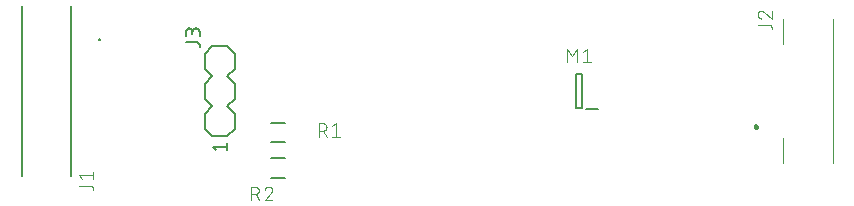
<source format=gbr>
G04 EAGLE Gerber X2 export*
%TF.Part,Single*%
%TF.FileFunction,Legend,Top,1*%
%TF.FilePolarity,Positive*%
%TF.GenerationSoftware,Autodesk,EAGLE,9.1.0*%
%TF.CreationDate,2020-08-17T16:37:06Z*%
G75*
%MOMM*%
%FSLAX34Y34*%
%LPD*%
%AMOC8*
5,1,8,0,0,1.08239X$1,22.5*%
G01*
%ADD10C,0.200000*%
%ADD11C,0.101600*%
%ADD12C,0.152400*%
%ADD13C,0.127000*%
%ADD14C,0.100000*%
%ADD15C,0.300000*%
%ADD16C,0.300000*%


D10*
X547250Y130500D02*
X542750Y130500D01*
X542750Y159500D01*
X547250Y159500D01*
X547250Y130500D01*
X550750Y130000D02*
X561250Y130000D01*
D11*
X535143Y169158D02*
X535143Y180842D01*
X539038Y174351D01*
X542933Y180842D01*
X542933Y169158D01*
X548366Y178246D02*
X551611Y180842D01*
X551611Y169158D01*
X548366Y169158D02*
X554857Y169158D01*
D10*
X115000Y216900D02*
X115000Y73100D01*
X73000Y73100D02*
X73000Y216900D01*
X138332Y188490D02*
X138334Y188541D01*
X138340Y188592D01*
X138350Y188642D01*
X138363Y188691D01*
X138381Y188739D01*
X138402Y188785D01*
X138427Y188830D01*
X138455Y188873D01*
X138486Y188913D01*
X138520Y188951D01*
X138557Y188986D01*
X138597Y189018D01*
X138639Y189047D01*
X138683Y189072D01*
X138729Y189094D01*
X138777Y189113D01*
X138826Y189127D01*
X138876Y189138D01*
X138926Y189145D01*
X138977Y189148D01*
X139028Y189147D01*
X139079Y189142D01*
X139129Y189133D01*
X139179Y189120D01*
X139227Y189104D01*
X139274Y189084D01*
X139319Y189060D01*
X139362Y189033D01*
X139403Y189002D01*
X139442Y188969D01*
X139477Y188932D01*
X139510Y188893D01*
X139540Y188852D01*
X139566Y188808D01*
X139589Y188762D01*
X139608Y188715D01*
X139624Y188666D01*
X139636Y188617D01*
X139644Y188566D01*
X139648Y188516D01*
X139648Y188464D01*
X139644Y188414D01*
X139636Y188363D01*
X139624Y188314D01*
X139608Y188265D01*
X139589Y188218D01*
X139566Y188172D01*
X139540Y188128D01*
X139510Y188087D01*
X139477Y188048D01*
X139442Y188011D01*
X139403Y187978D01*
X139362Y187947D01*
X139319Y187920D01*
X139274Y187896D01*
X139227Y187876D01*
X139179Y187860D01*
X139129Y187847D01*
X139079Y187838D01*
X139028Y187833D01*
X138977Y187832D01*
X138926Y187835D01*
X138876Y187842D01*
X138826Y187853D01*
X138777Y187867D01*
X138729Y187886D01*
X138683Y187908D01*
X138639Y187933D01*
X138597Y187962D01*
X138557Y187994D01*
X138520Y188029D01*
X138486Y188067D01*
X138455Y188107D01*
X138427Y188150D01*
X138402Y188195D01*
X138381Y188241D01*
X138363Y188289D01*
X138350Y188338D01*
X138340Y188388D01*
X138334Y188439D01*
X138332Y188490D01*
D11*
X130886Y64955D02*
X121798Y64955D01*
X130886Y64955D02*
X130985Y64953D01*
X131085Y64947D01*
X131184Y64938D01*
X131282Y64925D01*
X131380Y64908D01*
X131478Y64887D01*
X131574Y64862D01*
X131669Y64834D01*
X131763Y64802D01*
X131856Y64767D01*
X131948Y64728D01*
X132038Y64685D01*
X132126Y64640D01*
X132213Y64590D01*
X132297Y64538D01*
X132380Y64482D01*
X132460Y64424D01*
X132538Y64362D01*
X132613Y64297D01*
X132686Y64229D01*
X132756Y64159D01*
X132824Y64086D01*
X132889Y64011D01*
X132951Y63933D01*
X133009Y63853D01*
X133065Y63770D01*
X133117Y63686D01*
X133167Y63599D01*
X133212Y63511D01*
X133255Y63421D01*
X133294Y63329D01*
X133329Y63236D01*
X133361Y63142D01*
X133389Y63047D01*
X133414Y62951D01*
X133435Y62853D01*
X133452Y62755D01*
X133465Y62657D01*
X133474Y62558D01*
X133480Y62458D01*
X133482Y62359D01*
X133482Y61060D01*
X124394Y70228D02*
X121798Y73474D01*
X133482Y73474D01*
X133482Y70228D02*
X133482Y76720D01*
D12*
X228300Y113250D02*
X228300Y125950D01*
X234650Y132300D01*
X247350Y132300D02*
X253700Y125950D01*
X234650Y132300D02*
X228300Y138650D01*
X228300Y151350D01*
X234650Y157700D01*
X247350Y157700D02*
X253700Y151350D01*
X253700Y138650D01*
X247350Y132300D01*
X247350Y106900D02*
X234650Y106900D01*
X228300Y113250D01*
X247350Y106900D02*
X253700Y113250D01*
X253700Y125950D01*
X234650Y157700D02*
X228300Y164050D01*
X228300Y176750D01*
X234650Y183100D01*
X247350Y183100D02*
X253700Y176750D01*
X253700Y164050D01*
X247350Y157700D01*
X247350Y183100D02*
X234650Y183100D01*
D13*
X235285Y98010D02*
X237825Y94835D01*
X235285Y98010D02*
X246715Y98010D01*
X246715Y94835D02*
X246715Y101185D01*
X221315Y186345D02*
X212425Y186345D01*
X221315Y186345D02*
X221415Y186343D01*
X221514Y186337D01*
X221614Y186327D01*
X221712Y186314D01*
X221811Y186296D01*
X221908Y186275D01*
X222004Y186250D01*
X222100Y186221D01*
X222194Y186188D01*
X222287Y186152D01*
X222378Y186112D01*
X222468Y186068D01*
X222556Y186021D01*
X222642Y185971D01*
X222726Y185917D01*
X222808Y185860D01*
X222887Y185800D01*
X222965Y185736D01*
X223039Y185670D01*
X223111Y185601D01*
X223180Y185529D01*
X223246Y185455D01*
X223310Y185377D01*
X223370Y185298D01*
X223427Y185216D01*
X223481Y185132D01*
X223531Y185046D01*
X223578Y184958D01*
X223622Y184868D01*
X223662Y184777D01*
X223698Y184684D01*
X223731Y184590D01*
X223760Y184494D01*
X223785Y184398D01*
X223806Y184301D01*
X223824Y184202D01*
X223837Y184104D01*
X223847Y184004D01*
X223853Y183905D01*
X223855Y183805D01*
X223855Y182535D01*
X223855Y191754D02*
X223855Y194929D01*
X223853Y195040D01*
X223847Y195150D01*
X223838Y195261D01*
X223824Y195371D01*
X223807Y195480D01*
X223786Y195589D01*
X223761Y195697D01*
X223732Y195804D01*
X223700Y195910D01*
X223664Y196015D01*
X223624Y196118D01*
X223581Y196220D01*
X223534Y196321D01*
X223483Y196420D01*
X223430Y196517D01*
X223373Y196611D01*
X223312Y196704D01*
X223249Y196795D01*
X223182Y196884D01*
X223112Y196970D01*
X223039Y197053D01*
X222964Y197135D01*
X222886Y197213D01*
X222804Y197288D01*
X222721Y197361D01*
X222635Y197431D01*
X222546Y197498D01*
X222455Y197561D01*
X222362Y197622D01*
X222268Y197679D01*
X222171Y197732D01*
X222072Y197783D01*
X221971Y197830D01*
X221869Y197873D01*
X221766Y197913D01*
X221661Y197949D01*
X221555Y197981D01*
X221448Y198010D01*
X221340Y198035D01*
X221231Y198056D01*
X221122Y198073D01*
X221012Y198087D01*
X220901Y198096D01*
X220791Y198102D01*
X220680Y198104D01*
X220569Y198102D01*
X220459Y198096D01*
X220348Y198087D01*
X220238Y198073D01*
X220129Y198056D01*
X220020Y198035D01*
X219912Y198010D01*
X219805Y197981D01*
X219699Y197949D01*
X219594Y197913D01*
X219491Y197873D01*
X219389Y197830D01*
X219288Y197783D01*
X219189Y197732D01*
X219093Y197679D01*
X218998Y197622D01*
X218905Y197561D01*
X218814Y197498D01*
X218725Y197431D01*
X218639Y197361D01*
X218556Y197288D01*
X218474Y197213D01*
X218396Y197135D01*
X218321Y197053D01*
X218248Y196970D01*
X218178Y196884D01*
X218111Y196795D01*
X218048Y196704D01*
X217987Y196611D01*
X217930Y196517D01*
X217877Y196420D01*
X217826Y196321D01*
X217779Y196220D01*
X217736Y196118D01*
X217696Y196015D01*
X217660Y195910D01*
X217628Y195804D01*
X217599Y195697D01*
X217574Y195589D01*
X217553Y195480D01*
X217536Y195371D01*
X217522Y195261D01*
X217513Y195150D01*
X217507Y195040D01*
X217505Y194929D01*
X212425Y195564D02*
X212425Y191754D01*
X212425Y195564D02*
X212427Y195664D01*
X212433Y195763D01*
X212443Y195863D01*
X212456Y195961D01*
X212474Y196060D01*
X212495Y196157D01*
X212520Y196253D01*
X212549Y196349D01*
X212582Y196443D01*
X212618Y196536D01*
X212658Y196627D01*
X212702Y196717D01*
X212749Y196805D01*
X212799Y196891D01*
X212853Y196975D01*
X212910Y197057D01*
X212970Y197136D01*
X213034Y197214D01*
X213100Y197288D01*
X213169Y197360D01*
X213241Y197429D01*
X213315Y197495D01*
X213393Y197559D01*
X213472Y197619D01*
X213554Y197676D01*
X213638Y197730D01*
X213724Y197780D01*
X213812Y197827D01*
X213902Y197871D01*
X213993Y197911D01*
X214086Y197947D01*
X214180Y197980D01*
X214276Y198009D01*
X214372Y198034D01*
X214469Y198055D01*
X214568Y198073D01*
X214666Y198086D01*
X214766Y198096D01*
X214865Y198102D01*
X214965Y198104D01*
X215065Y198102D01*
X215164Y198096D01*
X215264Y198086D01*
X215362Y198073D01*
X215461Y198055D01*
X215558Y198034D01*
X215654Y198009D01*
X215750Y197980D01*
X215844Y197947D01*
X215937Y197911D01*
X216028Y197871D01*
X216118Y197827D01*
X216206Y197780D01*
X216292Y197730D01*
X216376Y197676D01*
X216458Y197619D01*
X216537Y197559D01*
X216615Y197495D01*
X216689Y197429D01*
X216761Y197360D01*
X216830Y197288D01*
X216896Y197214D01*
X216960Y197136D01*
X217020Y197057D01*
X217077Y196975D01*
X217131Y196891D01*
X217181Y196805D01*
X217228Y196717D01*
X217272Y196627D01*
X217312Y196536D01*
X217348Y196443D01*
X217381Y196349D01*
X217410Y196253D01*
X217435Y196157D01*
X217456Y196060D01*
X217474Y195961D01*
X217487Y195863D01*
X217497Y195763D01*
X217503Y195664D01*
X217505Y195564D01*
X217505Y193024D01*
X284300Y101700D02*
X295700Y101700D01*
X295700Y118300D02*
X284300Y118300D01*
D11*
X324745Y117692D02*
X324745Y106008D01*
X324745Y117692D02*
X327990Y117692D01*
X328103Y117690D01*
X328216Y117684D01*
X328329Y117674D01*
X328442Y117660D01*
X328554Y117643D01*
X328665Y117621D01*
X328775Y117596D01*
X328885Y117566D01*
X328993Y117533D01*
X329100Y117496D01*
X329206Y117456D01*
X329310Y117411D01*
X329413Y117363D01*
X329514Y117312D01*
X329613Y117257D01*
X329710Y117199D01*
X329805Y117137D01*
X329898Y117072D01*
X329988Y117004D01*
X330076Y116933D01*
X330162Y116858D01*
X330245Y116781D01*
X330325Y116701D01*
X330402Y116618D01*
X330477Y116532D01*
X330548Y116444D01*
X330616Y116354D01*
X330681Y116261D01*
X330743Y116166D01*
X330801Y116069D01*
X330856Y115970D01*
X330907Y115869D01*
X330955Y115766D01*
X331000Y115662D01*
X331040Y115556D01*
X331077Y115449D01*
X331110Y115341D01*
X331140Y115231D01*
X331165Y115121D01*
X331187Y115010D01*
X331204Y114898D01*
X331218Y114785D01*
X331228Y114672D01*
X331234Y114559D01*
X331236Y114446D01*
X331234Y114333D01*
X331228Y114220D01*
X331218Y114107D01*
X331204Y113994D01*
X331187Y113882D01*
X331165Y113771D01*
X331140Y113661D01*
X331110Y113551D01*
X331077Y113443D01*
X331040Y113336D01*
X331000Y113230D01*
X330955Y113126D01*
X330907Y113023D01*
X330856Y112922D01*
X330801Y112823D01*
X330743Y112726D01*
X330681Y112631D01*
X330616Y112538D01*
X330548Y112448D01*
X330477Y112360D01*
X330402Y112274D01*
X330325Y112191D01*
X330245Y112111D01*
X330162Y112034D01*
X330076Y111959D01*
X329988Y111888D01*
X329898Y111820D01*
X329805Y111755D01*
X329710Y111693D01*
X329613Y111635D01*
X329514Y111580D01*
X329413Y111529D01*
X329310Y111481D01*
X329206Y111436D01*
X329100Y111396D01*
X328993Y111359D01*
X328885Y111326D01*
X328775Y111296D01*
X328665Y111271D01*
X328554Y111249D01*
X328442Y111232D01*
X328329Y111218D01*
X328216Y111208D01*
X328103Y111202D01*
X327990Y111200D01*
X327990Y111201D02*
X324745Y111201D01*
X328639Y111201D02*
X331236Y106008D01*
X336101Y115096D02*
X339346Y117692D01*
X339346Y106008D01*
X336101Y106008D02*
X342592Y106008D01*
D13*
X295700Y71700D02*
X284300Y71700D01*
X284300Y88300D02*
X295700Y88300D01*
D11*
X267408Y63992D02*
X267408Y52308D01*
X267408Y63992D02*
X270654Y63992D01*
X270767Y63990D01*
X270880Y63984D01*
X270993Y63974D01*
X271106Y63960D01*
X271218Y63943D01*
X271329Y63921D01*
X271439Y63896D01*
X271549Y63866D01*
X271657Y63833D01*
X271764Y63796D01*
X271870Y63756D01*
X271974Y63711D01*
X272077Y63663D01*
X272178Y63612D01*
X272277Y63557D01*
X272374Y63499D01*
X272469Y63437D01*
X272562Y63372D01*
X272652Y63304D01*
X272740Y63233D01*
X272826Y63158D01*
X272909Y63081D01*
X272989Y63001D01*
X273066Y62918D01*
X273141Y62832D01*
X273212Y62744D01*
X273280Y62654D01*
X273345Y62561D01*
X273407Y62466D01*
X273465Y62369D01*
X273520Y62270D01*
X273571Y62169D01*
X273619Y62066D01*
X273664Y61962D01*
X273704Y61856D01*
X273741Y61749D01*
X273774Y61641D01*
X273804Y61531D01*
X273829Y61421D01*
X273851Y61310D01*
X273868Y61198D01*
X273882Y61085D01*
X273892Y60972D01*
X273898Y60859D01*
X273900Y60746D01*
X273898Y60633D01*
X273892Y60520D01*
X273882Y60407D01*
X273868Y60294D01*
X273851Y60182D01*
X273829Y60071D01*
X273804Y59961D01*
X273774Y59851D01*
X273741Y59743D01*
X273704Y59636D01*
X273664Y59530D01*
X273619Y59426D01*
X273571Y59323D01*
X273520Y59222D01*
X273465Y59123D01*
X273407Y59026D01*
X273345Y58931D01*
X273280Y58838D01*
X273212Y58748D01*
X273141Y58660D01*
X273066Y58574D01*
X272989Y58491D01*
X272909Y58411D01*
X272826Y58334D01*
X272740Y58259D01*
X272652Y58188D01*
X272562Y58120D01*
X272469Y58055D01*
X272374Y57993D01*
X272277Y57935D01*
X272178Y57880D01*
X272077Y57829D01*
X271974Y57781D01*
X271870Y57736D01*
X271764Y57696D01*
X271657Y57659D01*
X271549Y57626D01*
X271439Y57596D01*
X271329Y57571D01*
X271218Y57549D01*
X271106Y57532D01*
X270993Y57518D01*
X270880Y57508D01*
X270767Y57502D01*
X270654Y57500D01*
X270654Y57501D02*
X267408Y57501D01*
X271303Y57501D02*
X273899Y52308D01*
X285255Y61071D02*
X285253Y61178D01*
X285247Y61284D01*
X285237Y61390D01*
X285224Y61496D01*
X285206Y61602D01*
X285185Y61706D01*
X285160Y61810D01*
X285131Y61913D01*
X285099Y62014D01*
X285062Y62114D01*
X285022Y62213D01*
X284979Y62311D01*
X284932Y62407D01*
X284881Y62501D01*
X284827Y62593D01*
X284770Y62683D01*
X284710Y62771D01*
X284646Y62856D01*
X284579Y62939D01*
X284509Y63020D01*
X284437Y63098D01*
X284361Y63174D01*
X284283Y63246D01*
X284202Y63316D01*
X284119Y63383D01*
X284034Y63447D01*
X283946Y63507D01*
X283856Y63564D01*
X283764Y63618D01*
X283670Y63669D01*
X283574Y63716D01*
X283476Y63759D01*
X283377Y63799D01*
X283277Y63836D01*
X283176Y63868D01*
X283073Y63897D01*
X282969Y63922D01*
X282865Y63943D01*
X282759Y63961D01*
X282653Y63974D01*
X282547Y63984D01*
X282441Y63990D01*
X282334Y63992D01*
X282213Y63990D01*
X282092Y63984D01*
X281972Y63974D01*
X281851Y63961D01*
X281732Y63943D01*
X281612Y63922D01*
X281494Y63897D01*
X281377Y63868D01*
X281260Y63835D01*
X281145Y63799D01*
X281031Y63758D01*
X280918Y63715D01*
X280806Y63667D01*
X280697Y63616D01*
X280589Y63561D01*
X280482Y63503D01*
X280378Y63442D01*
X280276Y63377D01*
X280176Y63309D01*
X280078Y63238D01*
X279982Y63164D01*
X279889Y63087D01*
X279799Y63006D01*
X279711Y62923D01*
X279626Y62837D01*
X279543Y62748D01*
X279464Y62657D01*
X279387Y62563D01*
X279314Y62467D01*
X279244Y62369D01*
X279177Y62268D01*
X279113Y62165D01*
X279053Y62060D01*
X278996Y61953D01*
X278942Y61845D01*
X278892Y61735D01*
X278846Y61623D01*
X278803Y61510D01*
X278764Y61395D01*
X284282Y58799D02*
X284361Y58876D01*
X284437Y58957D01*
X284510Y59040D01*
X284580Y59125D01*
X284647Y59213D01*
X284711Y59303D01*
X284771Y59395D01*
X284828Y59490D01*
X284882Y59586D01*
X284933Y59684D01*
X284980Y59784D01*
X285024Y59886D01*
X285064Y59989D01*
X285100Y60093D01*
X285132Y60199D01*
X285161Y60305D01*
X285186Y60413D01*
X285208Y60521D01*
X285225Y60631D01*
X285239Y60740D01*
X285248Y60850D01*
X285254Y60961D01*
X285256Y61071D01*
X284282Y58799D02*
X278764Y52308D01*
X285255Y52308D01*
D14*
X760000Y83750D02*
X760000Y206250D01*
X718000Y206250D02*
X718000Y185000D01*
X718000Y105000D02*
X718000Y83750D01*
D15*
X695000Y115000D03*
D16*
X694956Y114998D01*
X694913Y114992D01*
X694871Y114983D01*
X694829Y114970D01*
X694789Y114953D01*
X694750Y114933D01*
X694713Y114910D01*
X694679Y114883D01*
X694646Y114854D01*
X694617Y114821D01*
X694590Y114787D01*
X694567Y114750D01*
X694547Y114711D01*
X694530Y114671D01*
X694517Y114629D01*
X694508Y114587D01*
X694502Y114544D01*
X694500Y114500D01*
X694502Y114456D01*
X694508Y114413D01*
X694517Y114371D01*
X694530Y114329D01*
X694547Y114289D01*
X694567Y114250D01*
X694590Y114213D01*
X694617Y114179D01*
X694646Y114146D01*
X694679Y114117D01*
X694713Y114090D01*
X694750Y114067D01*
X694789Y114047D01*
X694829Y114030D01*
X694871Y114017D01*
X694913Y114008D01*
X694956Y114002D01*
X695000Y114000D01*
D15*
X695000Y114000D03*
D16*
X695044Y114002D01*
X695087Y114008D01*
X695129Y114017D01*
X695171Y114030D01*
X695211Y114047D01*
X695250Y114067D01*
X695287Y114090D01*
X695321Y114117D01*
X695354Y114146D01*
X695383Y114179D01*
X695410Y114213D01*
X695433Y114250D01*
X695453Y114289D01*
X695470Y114329D01*
X695483Y114371D01*
X695492Y114413D01*
X695498Y114456D01*
X695500Y114500D01*
X695498Y114544D01*
X695492Y114587D01*
X695483Y114629D01*
X695470Y114671D01*
X695453Y114711D01*
X695433Y114750D01*
X695410Y114787D01*
X695383Y114821D01*
X695354Y114854D01*
X695321Y114883D01*
X695287Y114910D01*
X695250Y114933D01*
X695211Y114953D01*
X695171Y114970D01*
X695129Y114983D01*
X695087Y114992D01*
X695044Y114998D01*
X695000Y115000D01*
D11*
X696408Y201065D02*
X705496Y201065D01*
X705595Y201063D01*
X705695Y201057D01*
X705794Y201048D01*
X705892Y201035D01*
X705990Y201018D01*
X706088Y200997D01*
X706184Y200972D01*
X706279Y200944D01*
X706373Y200912D01*
X706466Y200877D01*
X706558Y200838D01*
X706648Y200795D01*
X706736Y200750D01*
X706823Y200700D01*
X706907Y200648D01*
X706990Y200592D01*
X707070Y200534D01*
X707148Y200472D01*
X707223Y200407D01*
X707296Y200339D01*
X707366Y200269D01*
X707434Y200196D01*
X707499Y200121D01*
X707561Y200043D01*
X707619Y199963D01*
X707675Y199880D01*
X707727Y199796D01*
X707777Y199709D01*
X707822Y199621D01*
X707865Y199531D01*
X707904Y199439D01*
X707939Y199346D01*
X707971Y199252D01*
X707999Y199157D01*
X708024Y199061D01*
X708045Y198963D01*
X708062Y198865D01*
X708075Y198767D01*
X708084Y198668D01*
X708090Y198568D01*
X708092Y198469D01*
X708092Y197170D01*
X696408Y209909D02*
X696410Y210016D01*
X696416Y210122D01*
X696426Y210228D01*
X696439Y210334D01*
X696457Y210440D01*
X696478Y210544D01*
X696503Y210648D01*
X696532Y210751D01*
X696564Y210852D01*
X696601Y210952D01*
X696641Y211051D01*
X696684Y211149D01*
X696731Y211245D01*
X696782Y211339D01*
X696836Y211431D01*
X696893Y211521D01*
X696953Y211609D01*
X697017Y211694D01*
X697084Y211777D01*
X697154Y211858D01*
X697226Y211936D01*
X697302Y212012D01*
X697380Y212084D01*
X697461Y212154D01*
X697544Y212221D01*
X697629Y212285D01*
X697717Y212345D01*
X697807Y212402D01*
X697899Y212456D01*
X697993Y212507D01*
X698089Y212554D01*
X698187Y212597D01*
X698286Y212637D01*
X698386Y212674D01*
X698487Y212706D01*
X698590Y212735D01*
X698694Y212760D01*
X698798Y212781D01*
X698904Y212799D01*
X699010Y212812D01*
X699116Y212822D01*
X699222Y212828D01*
X699329Y212830D01*
X696408Y209909D02*
X696410Y209788D01*
X696416Y209667D01*
X696426Y209547D01*
X696439Y209426D01*
X696457Y209307D01*
X696478Y209187D01*
X696503Y209069D01*
X696532Y208952D01*
X696565Y208835D01*
X696601Y208720D01*
X696642Y208606D01*
X696685Y208493D01*
X696733Y208381D01*
X696784Y208272D01*
X696839Y208164D01*
X696897Y208057D01*
X696958Y207953D01*
X697023Y207851D01*
X697091Y207751D01*
X697162Y207653D01*
X697236Y207557D01*
X697313Y207464D01*
X697394Y207374D01*
X697477Y207286D01*
X697563Y207201D01*
X697652Y207118D01*
X697743Y207039D01*
X697837Y206962D01*
X697933Y206889D01*
X698031Y206819D01*
X698132Y206752D01*
X698235Y206688D01*
X698340Y206628D01*
X698447Y206570D01*
X698555Y206517D01*
X698665Y206467D01*
X698777Y206421D01*
X698890Y206378D01*
X699005Y206339D01*
X701601Y211855D02*
X701523Y211934D01*
X701443Y212010D01*
X701360Y212083D01*
X701274Y212153D01*
X701187Y212220D01*
X701096Y212284D01*
X701004Y212344D01*
X700910Y212402D01*
X700813Y212456D01*
X700715Y212506D01*
X700615Y212553D01*
X700514Y212597D01*
X700411Y212637D01*
X700306Y212673D01*
X700201Y212705D01*
X700094Y212734D01*
X699987Y212759D01*
X699878Y212781D01*
X699769Y212798D01*
X699660Y212812D01*
X699550Y212821D01*
X699439Y212827D01*
X699329Y212829D01*
X701601Y211856D02*
X708092Y206338D01*
X708092Y212830D01*
M02*

</source>
